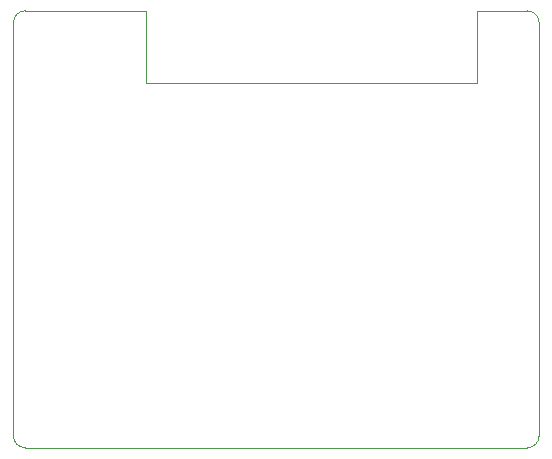
<source format=gbr>
%TF.GenerationSoftware,KiCad,Pcbnew,(5.1.9-0-10_14)*%
%TF.CreationDate,2021-05-02T13:06:18+01:00*%
%TF.ProjectId,EnvMon,456e764d-6f6e-42e6-9b69-6361645f7063,2*%
%TF.SameCoordinates,Original*%
%TF.FileFunction,Profile,NP*%
%FSLAX46Y46*%
G04 Gerber Fmt 4.6, Leading zero omitted, Abs format (unit mm)*
G04 Created by KiCad (PCBNEW (5.1.9-0-10_14)) date 2021-05-02 13:06:18*
%MOMM*%
%LPD*%
G01*
G04 APERTURE LIST*
%TA.AperFunction,Profile*%
%ADD10C,0.050000*%
%TD*%
G04 APERTURE END LIST*
D10*
X133500000Y-63000000D02*
G75*
G02*
X134500000Y-64000000I0J-1000000D01*
G01*
X91000000Y-100000000D02*
G75*
G02*
X90000000Y-99000000I0J1000000D01*
G01*
X134500000Y-99000000D02*
G75*
G02*
X133500000Y-100000000I-1000000J0D01*
G01*
X90000000Y-64000000D02*
G75*
G02*
X91000000Y-63000000I1000000J0D01*
G01*
X101250000Y-63000000D02*
X101250000Y-69100000D01*
X129250000Y-63000000D02*
X133500000Y-63000000D01*
X129250000Y-69100000D02*
X129250000Y-63000000D01*
X101250000Y-69100000D02*
X129250000Y-69100000D01*
X101250000Y-63000000D02*
X91000000Y-63000000D01*
X133500000Y-100000000D02*
X91000000Y-100000000D01*
X134500000Y-64000000D02*
X134500000Y-99000000D01*
X90000000Y-99000000D02*
X90000000Y-64000000D01*
M02*

</source>
